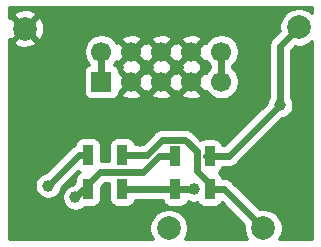
<source format=gbr>
G04 #@! TF.GenerationSoftware,KiCad,Pcbnew,(5.1.5)-3*
G04 #@! TF.CreationDate,2020-11-28T16:28:13+00:00*
G04 #@! TF.ProjectId,Retrospector_Power_Test_TPS561201,52657472-6f73-4706-9563-746f725f506f,rev?*
G04 #@! TF.SameCoordinates,Original*
G04 #@! TF.FileFunction,Copper,L2,Bot*
G04 #@! TF.FilePolarity,Positive*
%FSLAX46Y46*%
G04 Gerber Fmt 4.6, Leading zero omitted, Abs format (unit mm)*
G04 Created by KiCad (PCBNEW (5.1.5)-3) date 2020-11-28 16:28:13*
%MOMM*%
%LPD*%
G04 APERTURE LIST*
%ADD10C,1.700000*%
%ADD11R,1.700000X1.700000*%
%ADD12R,0.900000X1.700000*%
%ADD13C,2.000000*%
%ADD14C,1.000000*%
%ADD15C,0.600000*%
%ADD16C,0.254000*%
G04 APERTURE END LIST*
D10*
X103660000Y-53460000D03*
X103660000Y-56000000D03*
X101120000Y-53460000D03*
X101120000Y-56000000D03*
X98580000Y-53460000D03*
X98580000Y-56000000D03*
X96040000Y-53460000D03*
X96040000Y-56000000D03*
X93500000Y-53460000D03*
D11*
X93500000Y-56000000D03*
D12*
X95250000Y-62200000D03*
X92350000Y-62200000D03*
X102650000Y-65100000D03*
X99750000Y-65100000D03*
X92350000Y-65100000D03*
X95250000Y-65100000D03*
X102650000Y-62300000D03*
X99750000Y-62300000D03*
D13*
X110200000Y-51400000D03*
X99200000Y-68400000D03*
X107200000Y-68400000D03*
X87000000Y-51500000D03*
D14*
X108600000Y-58000000D03*
X110100000Y-61100000D03*
X109600000Y-68700000D03*
X103300000Y-67900000D03*
X86700000Y-65400000D03*
X86700000Y-69000000D03*
X96800000Y-61000000D03*
X93900000Y-61000000D03*
X95300000Y-59100000D03*
X89000000Y-64800000D03*
X101350000Y-65100000D03*
X91300000Y-65800000D03*
D15*
X102350000Y-62300000D02*
X104300000Y-62300000D01*
X104300000Y-62300000D02*
X108600000Y-58000000D01*
X108600000Y-53000000D02*
X110200000Y-51400000D01*
X108600000Y-58000000D02*
X108600000Y-53000000D01*
X103900000Y-65100000D02*
X107200000Y-68400000D01*
X102650000Y-65100000D02*
X103900000Y-65100000D01*
X102650000Y-64700000D02*
X102650000Y-65100000D01*
X101549990Y-63599990D02*
X102650000Y-64700000D01*
X101549990Y-61899988D02*
X101549990Y-63599990D01*
X100600001Y-60949999D02*
X101549990Y-61899988D01*
X98618617Y-60949999D02*
X100600001Y-60949999D01*
X97368616Y-62200000D02*
X98618617Y-60949999D01*
X95250000Y-62200000D02*
X97368616Y-62200000D01*
X103660000Y-53460000D02*
X103660000Y-56000000D01*
X93500000Y-53460000D02*
X93500000Y-56000000D01*
X92350000Y-62200000D02*
X91600000Y-62200000D01*
X91600000Y-62200000D02*
X89000000Y-64800000D01*
X95250000Y-65100000D02*
X99450000Y-65100000D01*
X99750000Y-65100000D02*
X101350000Y-65100000D01*
X92350000Y-64700000D02*
X92350000Y-65100000D01*
X93400000Y-63650000D02*
X92350000Y-64700000D01*
X97050000Y-63650000D02*
X93400000Y-63650000D01*
X98400000Y-62300000D02*
X97050000Y-63650000D01*
X99450000Y-62300000D02*
X98400000Y-62300000D01*
X92350000Y-65100000D02*
X92000000Y-65100000D01*
X92000000Y-65100000D02*
X91300000Y-65800000D01*
D16*
G36*
X111315000Y-69315000D02*
G01*
X108555014Y-69315000D01*
X108648918Y-69174463D01*
X108772168Y-68876912D01*
X108835000Y-68561033D01*
X108835000Y-68238967D01*
X108772168Y-67923088D01*
X108648918Y-67625537D01*
X108469987Y-67357748D01*
X108242252Y-67130013D01*
X107974463Y-66951082D01*
X107676912Y-66827832D01*
X107361033Y-66765000D01*
X107038967Y-66765000D01*
X106912454Y-66790165D01*
X104593630Y-64471341D01*
X104564344Y-64435656D01*
X104421972Y-64318814D01*
X104259540Y-64231993D01*
X104083292Y-64178529D01*
X103945932Y-64165000D01*
X103900000Y-64160476D01*
X103854068Y-64165000D01*
X103729701Y-64165000D01*
X103725812Y-64125518D01*
X103689502Y-64005820D01*
X103630537Y-63895506D01*
X103551185Y-63798815D01*
X103454494Y-63719463D01*
X103418082Y-63700000D01*
X103454494Y-63680537D01*
X103551185Y-63601185D01*
X103630537Y-63504494D01*
X103689502Y-63394180D01*
X103725812Y-63274482D01*
X103729701Y-63235000D01*
X104254068Y-63235000D01*
X104300000Y-63239524D01*
X104345932Y-63235000D01*
X104483292Y-63221471D01*
X104659540Y-63168007D01*
X104821972Y-63081186D01*
X104964344Y-62964344D01*
X104993630Y-62928659D01*
X108806037Y-59116253D01*
X108931067Y-59091383D01*
X109137624Y-59005824D01*
X109323520Y-58881612D01*
X109481612Y-58723520D01*
X109605824Y-58537624D01*
X109691383Y-58331067D01*
X109735000Y-58111788D01*
X109735000Y-57888212D01*
X109691383Y-57668933D01*
X109605824Y-57462376D01*
X109535000Y-57356381D01*
X109535000Y-53387289D01*
X109912454Y-53009835D01*
X110038967Y-53035000D01*
X110361033Y-53035000D01*
X110676912Y-52972168D01*
X110974463Y-52848918D01*
X111242252Y-52669987D01*
X111315001Y-52597238D01*
X111315000Y-69315000D01*
G37*
X111315000Y-69315000D02*
X108555014Y-69315000D01*
X108648918Y-69174463D01*
X108772168Y-68876912D01*
X108835000Y-68561033D01*
X108835000Y-68238967D01*
X108772168Y-67923088D01*
X108648918Y-67625537D01*
X108469987Y-67357748D01*
X108242252Y-67130013D01*
X107974463Y-66951082D01*
X107676912Y-66827832D01*
X107361033Y-66765000D01*
X107038967Y-66765000D01*
X106912454Y-66790165D01*
X104593630Y-64471341D01*
X104564344Y-64435656D01*
X104421972Y-64318814D01*
X104259540Y-64231993D01*
X104083292Y-64178529D01*
X103945932Y-64165000D01*
X103900000Y-64160476D01*
X103854068Y-64165000D01*
X103729701Y-64165000D01*
X103725812Y-64125518D01*
X103689502Y-64005820D01*
X103630537Y-63895506D01*
X103551185Y-63798815D01*
X103454494Y-63719463D01*
X103418082Y-63700000D01*
X103454494Y-63680537D01*
X103551185Y-63601185D01*
X103630537Y-63504494D01*
X103689502Y-63394180D01*
X103725812Y-63274482D01*
X103729701Y-63235000D01*
X104254068Y-63235000D01*
X104300000Y-63239524D01*
X104345932Y-63235000D01*
X104483292Y-63221471D01*
X104659540Y-63168007D01*
X104821972Y-63081186D01*
X104964344Y-62964344D01*
X104993630Y-62928659D01*
X108806037Y-59116253D01*
X108931067Y-59091383D01*
X109137624Y-59005824D01*
X109323520Y-58881612D01*
X109481612Y-58723520D01*
X109605824Y-58537624D01*
X109691383Y-58331067D01*
X109735000Y-58111788D01*
X109735000Y-57888212D01*
X109691383Y-57668933D01*
X109605824Y-57462376D01*
X109535000Y-57356381D01*
X109535000Y-53387289D01*
X109912454Y-53009835D01*
X110038967Y-53035000D01*
X110361033Y-53035000D01*
X110676912Y-52972168D01*
X110974463Y-52848918D01*
X111242252Y-52669987D01*
X111315001Y-52597238D01*
X111315000Y-69315000D01*
G36*
X111315001Y-50202762D02*
G01*
X111242252Y-50130013D01*
X110974463Y-49951082D01*
X110676912Y-49827832D01*
X110361033Y-49765000D01*
X110038967Y-49765000D01*
X109723088Y-49827832D01*
X109425537Y-49951082D01*
X109157748Y-50130013D01*
X108930013Y-50357748D01*
X108751082Y-50625537D01*
X108627832Y-50923088D01*
X108565000Y-51238967D01*
X108565000Y-51561033D01*
X108590165Y-51687546D01*
X107971336Y-52306375D01*
X107935657Y-52335656D01*
X107818815Y-52478028D01*
X107786477Y-52538529D01*
X107731994Y-52640460D01*
X107678529Y-52816709D01*
X107660476Y-53000000D01*
X107665001Y-53045942D01*
X107665000Y-57356380D01*
X107594176Y-57462376D01*
X107508617Y-57668933D01*
X107483747Y-57793963D01*
X103912711Y-61365000D01*
X103729701Y-61365000D01*
X103725812Y-61325518D01*
X103689502Y-61205820D01*
X103630537Y-61095506D01*
X103551185Y-60998815D01*
X103454494Y-60919463D01*
X103344180Y-60860498D01*
X103224482Y-60824188D01*
X103100000Y-60811928D01*
X102200000Y-60811928D01*
X102075518Y-60824188D01*
X101955820Y-60860498D01*
X101875645Y-60903353D01*
X101293631Y-60321340D01*
X101264345Y-60285655D01*
X101121973Y-60168813D01*
X100959541Y-60081992D01*
X100783293Y-60028528D01*
X100645933Y-60014999D01*
X100600001Y-60010475D01*
X100554069Y-60014999D01*
X98664548Y-60014999D01*
X98618616Y-60010475D01*
X98435324Y-60028528D01*
X98381860Y-60044746D01*
X98259077Y-60081992D01*
X98096645Y-60168813D01*
X97954273Y-60285655D01*
X97924991Y-60321335D01*
X96981327Y-61265000D01*
X96329701Y-61265000D01*
X96325812Y-61225518D01*
X96289502Y-61105820D01*
X96230537Y-60995506D01*
X96151185Y-60898815D01*
X96054494Y-60819463D01*
X95944180Y-60760498D01*
X95824482Y-60724188D01*
X95700000Y-60711928D01*
X94800000Y-60711928D01*
X94675518Y-60724188D01*
X94555820Y-60760498D01*
X94445506Y-60819463D01*
X94348815Y-60898815D01*
X94269463Y-60995506D01*
X94210498Y-61105820D01*
X94174188Y-61225518D01*
X94161928Y-61350000D01*
X94161928Y-62715000D01*
X93445931Y-62715000D01*
X93438072Y-62714226D01*
X93438072Y-61350000D01*
X93425812Y-61225518D01*
X93389502Y-61105820D01*
X93330537Y-60995506D01*
X93251185Y-60898815D01*
X93154494Y-60819463D01*
X93044180Y-60760498D01*
X92924482Y-60724188D01*
X92800000Y-60711928D01*
X91900000Y-60711928D01*
X91775518Y-60724188D01*
X91655820Y-60760498D01*
X91545506Y-60819463D01*
X91448815Y-60898815D01*
X91369463Y-60995506D01*
X91310498Y-61105820D01*
X91274188Y-61225518D01*
X91264417Y-61324726D01*
X91240460Y-61331993D01*
X91078028Y-61418814D01*
X90935656Y-61535656D01*
X90906376Y-61571334D01*
X88793964Y-63683747D01*
X88668933Y-63708617D01*
X88462376Y-63794176D01*
X88276480Y-63918388D01*
X88118388Y-64076480D01*
X87994176Y-64262376D01*
X87908617Y-64468933D01*
X87865000Y-64688212D01*
X87865000Y-64911788D01*
X87908617Y-65131067D01*
X87994176Y-65337624D01*
X88118388Y-65523520D01*
X88276480Y-65681612D01*
X88462376Y-65805824D01*
X88668933Y-65891383D01*
X88888212Y-65935000D01*
X89111788Y-65935000D01*
X89331067Y-65891383D01*
X89537624Y-65805824D01*
X89723520Y-65681612D01*
X89881612Y-65523520D01*
X90005824Y-65337624D01*
X90091383Y-65131067D01*
X90116253Y-65006036D01*
X91543445Y-63578845D01*
X91545506Y-63580537D01*
X91655820Y-63639502D01*
X91690427Y-63650000D01*
X91655820Y-63660498D01*
X91545506Y-63719463D01*
X91448815Y-63798815D01*
X91369463Y-63895506D01*
X91310498Y-64005820D01*
X91274188Y-64125518D01*
X91261928Y-64250000D01*
X91261928Y-64515782D01*
X91093963Y-64683747D01*
X90968933Y-64708617D01*
X90762376Y-64794176D01*
X90576480Y-64918388D01*
X90418388Y-65076480D01*
X90294176Y-65262376D01*
X90208617Y-65468933D01*
X90165000Y-65688212D01*
X90165000Y-65911788D01*
X90208617Y-66131067D01*
X90294176Y-66337624D01*
X90418388Y-66523520D01*
X90576480Y-66681612D01*
X90762376Y-66805824D01*
X90968933Y-66891383D01*
X91188212Y-66935000D01*
X91411788Y-66935000D01*
X91631067Y-66891383D01*
X91837624Y-66805824D01*
X92023520Y-66681612D01*
X92117060Y-66588072D01*
X92800000Y-66588072D01*
X92924482Y-66575812D01*
X93044180Y-66539502D01*
X93154494Y-66480537D01*
X93251185Y-66401185D01*
X93330537Y-66304494D01*
X93389502Y-66194180D01*
X93425812Y-66074482D01*
X93438072Y-65950000D01*
X93438072Y-64934217D01*
X93787290Y-64585000D01*
X94161928Y-64585000D01*
X94161928Y-65950000D01*
X94174188Y-66074482D01*
X94210498Y-66194180D01*
X94269463Y-66304494D01*
X94348815Y-66401185D01*
X94445506Y-66480537D01*
X94555820Y-66539502D01*
X94675518Y-66575812D01*
X94800000Y-66588072D01*
X95700000Y-66588072D01*
X95824482Y-66575812D01*
X95944180Y-66539502D01*
X96054494Y-66480537D01*
X96151185Y-66401185D01*
X96230537Y-66304494D01*
X96289502Y-66194180D01*
X96325812Y-66074482D01*
X96329701Y-66035000D01*
X98670299Y-66035000D01*
X98674188Y-66074482D01*
X98710498Y-66194180D01*
X98769463Y-66304494D01*
X98848815Y-66401185D01*
X98945506Y-66480537D01*
X99055820Y-66539502D01*
X99175518Y-66575812D01*
X99300000Y-66588072D01*
X100200000Y-66588072D01*
X100324482Y-66575812D01*
X100444180Y-66539502D01*
X100554494Y-66480537D01*
X100651185Y-66401185D01*
X100730537Y-66304494D01*
X100789502Y-66194180D01*
X100815866Y-66107270D01*
X101018933Y-66191383D01*
X101238212Y-66235000D01*
X101461788Y-66235000D01*
X101615929Y-66204340D01*
X101669463Y-66304494D01*
X101748815Y-66401185D01*
X101845506Y-66480537D01*
X101955820Y-66539502D01*
X102075518Y-66575812D01*
X102200000Y-66588072D01*
X103100000Y-66588072D01*
X103224482Y-66575812D01*
X103344180Y-66539502D01*
X103454494Y-66480537D01*
X103551185Y-66401185D01*
X103630537Y-66304494D01*
X103683368Y-66205657D01*
X105590165Y-68112454D01*
X105565000Y-68238967D01*
X105565000Y-68561033D01*
X105627832Y-68876912D01*
X105751082Y-69174463D01*
X105844986Y-69315000D01*
X100555014Y-69315000D01*
X100648918Y-69174463D01*
X100772168Y-68876912D01*
X100835000Y-68561033D01*
X100835000Y-68238967D01*
X100772168Y-67923088D01*
X100648918Y-67625537D01*
X100469987Y-67357748D01*
X100242252Y-67130013D01*
X99974463Y-66951082D01*
X99676912Y-66827832D01*
X99361033Y-66765000D01*
X99038967Y-66765000D01*
X98723088Y-66827832D01*
X98425537Y-66951082D01*
X98157748Y-67130013D01*
X97930013Y-67357748D01*
X97751082Y-67625537D01*
X97627832Y-67923088D01*
X97565000Y-68238967D01*
X97565000Y-68561033D01*
X97627832Y-68876912D01*
X97751082Y-69174463D01*
X97844986Y-69315000D01*
X85685000Y-69315000D01*
X85685000Y-55150000D01*
X92011928Y-55150000D01*
X92011928Y-56850000D01*
X92024188Y-56974482D01*
X92060498Y-57094180D01*
X92119463Y-57204494D01*
X92198815Y-57301185D01*
X92295506Y-57380537D01*
X92405820Y-57439502D01*
X92525518Y-57475812D01*
X92650000Y-57488072D01*
X94350000Y-57488072D01*
X94474482Y-57475812D01*
X94594180Y-57439502D01*
X94704494Y-57380537D01*
X94801185Y-57301185D01*
X94880537Y-57204494D01*
X94939502Y-57094180D01*
X94959457Y-57028397D01*
X95191208Y-57028397D01*
X95268843Y-57277472D01*
X95532883Y-57403371D01*
X95816411Y-57475339D01*
X96108531Y-57490611D01*
X96398019Y-57448599D01*
X96673747Y-57350919D01*
X96811157Y-57277472D01*
X96888792Y-57028397D01*
X97731208Y-57028397D01*
X97808843Y-57277472D01*
X98072883Y-57403371D01*
X98356411Y-57475339D01*
X98648531Y-57490611D01*
X98938019Y-57448599D01*
X99213747Y-57350919D01*
X99351157Y-57277472D01*
X99428792Y-57028397D01*
X100271208Y-57028397D01*
X100348843Y-57277472D01*
X100612883Y-57403371D01*
X100896411Y-57475339D01*
X101188531Y-57490611D01*
X101478019Y-57448599D01*
X101753747Y-57350919D01*
X101891157Y-57277472D01*
X101968792Y-57028397D01*
X101120000Y-56179605D01*
X100271208Y-57028397D01*
X99428792Y-57028397D01*
X98580000Y-56179605D01*
X97731208Y-57028397D01*
X96888792Y-57028397D01*
X96040000Y-56179605D01*
X95191208Y-57028397D01*
X94959457Y-57028397D01*
X94975812Y-56974482D01*
X94988072Y-56850000D01*
X94988072Y-56841458D01*
X95011603Y-56848792D01*
X95860395Y-56000000D01*
X96219605Y-56000000D01*
X97068397Y-56848792D01*
X97310000Y-56773486D01*
X97551603Y-56848792D01*
X98400395Y-56000000D01*
X98759605Y-56000000D01*
X99608397Y-56848792D01*
X99850000Y-56773486D01*
X100091603Y-56848792D01*
X100940395Y-56000000D01*
X100091603Y-55151208D01*
X99850000Y-55226514D01*
X99608397Y-55151208D01*
X98759605Y-56000000D01*
X98400395Y-56000000D01*
X97551603Y-55151208D01*
X97310000Y-55226514D01*
X97068397Y-55151208D01*
X96219605Y-56000000D01*
X95860395Y-56000000D01*
X95011603Y-55151208D01*
X94988072Y-55158542D01*
X94988072Y-55150000D01*
X94975812Y-55025518D01*
X94939502Y-54905820D01*
X94880537Y-54795506D01*
X94801185Y-54698815D01*
X94704494Y-54619463D01*
X94594180Y-54560498D01*
X94521620Y-54538487D01*
X94571710Y-54488397D01*
X95191208Y-54488397D01*
X95266514Y-54730000D01*
X95191208Y-54971603D01*
X96040000Y-55820395D01*
X96888792Y-54971603D01*
X96813486Y-54730000D01*
X96888792Y-54488397D01*
X97731208Y-54488397D01*
X97806514Y-54730000D01*
X97731208Y-54971603D01*
X98580000Y-55820395D01*
X99428792Y-54971603D01*
X99353486Y-54730000D01*
X99428792Y-54488397D01*
X100271208Y-54488397D01*
X100346514Y-54730000D01*
X100271208Y-54971603D01*
X101120000Y-55820395D01*
X101968792Y-54971603D01*
X101893486Y-54730000D01*
X101968792Y-54488397D01*
X101120000Y-53639605D01*
X100271208Y-54488397D01*
X99428792Y-54488397D01*
X98580000Y-53639605D01*
X97731208Y-54488397D01*
X96888792Y-54488397D01*
X96040000Y-53639605D01*
X95191208Y-54488397D01*
X94571710Y-54488397D01*
X94653475Y-54406632D01*
X94769311Y-54233271D01*
X95011603Y-54308792D01*
X95860395Y-53460000D01*
X96219605Y-53460000D01*
X97068397Y-54308792D01*
X97310000Y-54233486D01*
X97551603Y-54308792D01*
X98400395Y-53460000D01*
X98759605Y-53460000D01*
X99608397Y-54308792D01*
X99850000Y-54233486D01*
X100091603Y-54308792D01*
X100940395Y-53460000D01*
X101299605Y-53460000D01*
X102148397Y-54308792D01*
X102390689Y-54233271D01*
X102506525Y-54406632D01*
X102713368Y-54613475D01*
X102725000Y-54621248D01*
X102725001Y-54838752D01*
X102713368Y-54846525D01*
X102506525Y-55053368D01*
X102390689Y-55226729D01*
X102148397Y-55151208D01*
X101299605Y-56000000D01*
X102148397Y-56848792D01*
X102390689Y-56773271D01*
X102506525Y-56946632D01*
X102713368Y-57153475D01*
X102956589Y-57315990D01*
X103226842Y-57427932D01*
X103513740Y-57485000D01*
X103806260Y-57485000D01*
X104093158Y-57427932D01*
X104363411Y-57315990D01*
X104606632Y-57153475D01*
X104813475Y-56946632D01*
X104975990Y-56703411D01*
X105087932Y-56433158D01*
X105145000Y-56146260D01*
X105145000Y-55853740D01*
X105087932Y-55566842D01*
X104975990Y-55296589D01*
X104813475Y-55053368D01*
X104606632Y-54846525D01*
X104595000Y-54838753D01*
X104595000Y-54621247D01*
X104606632Y-54613475D01*
X104813475Y-54406632D01*
X104975990Y-54163411D01*
X105087932Y-53893158D01*
X105145000Y-53606260D01*
X105145000Y-53313740D01*
X105087932Y-53026842D01*
X104975990Y-52756589D01*
X104813475Y-52513368D01*
X104606632Y-52306525D01*
X104363411Y-52144010D01*
X104093158Y-52032068D01*
X103806260Y-51975000D01*
X103513740Y-51975000D01*
X103226842Y-52032068D01*
X102956589Y-52144010D01*
X102713368Y-52306525D01*
X102506525Y-52513368D01*
X102390689Y-52686729D01*
X102148397Y-52611208D01*
X101299605Y-53460000D01*
X100940395Y-53460000D01*
X100091603Y-52611208D01*
X99850000Y-52686514D01*
X99608397Y-52611208D01*
X98759605Y-53460000D01*
X98400395Y-53460000D01*
X97551603Y-52611208D01*
X97310000Y-52686514D01*
X97068397Y-52611208D01*
X96219605Y-53460000D01*
X95860395Y-53460000D01*
X95011603Y-52611208D01*
X94769311Y-52686729D01*
X94653475Y-52513368D01*
X94571710Y-52431603D01*
X95191208Y-52431603D01*
X96040000Y-53280395D01*
X96888792Y-52431603D01*
X97731208Y-52431603D01*
X98580000Y-53280395D01*
X99428792Y-52431603D01*
X100271208Y-52431603D01*
X101120000Y-53280395D01*
X101968792Y-52431603D01*
X101891157Y-52182528D01*
X101627117Y-52056629D01*
X101343589Y-51984661D01*
X101051469Y-51969389D01*
X100761981Y-52011401D01*
X100486253Y-52109081D01*
X100348843Y-52182528D01*
X100271208Y-52431603D01*
X99428792Y-52431603D01*
X99351157Y-52182528D01*
X99087117Y-52056629D01*
X98803589Y-51984661D01*
X98511469Y-51969389D01*
X98221981Y-52011401D01*
X97946253Y-52109081D01*
X97808843Y-52182528D01*
X97731208Y-52431603D01*
X96888792Y-52431603D01*
X96811157Y-52182528D01*
X96547117Y-52056629D01*
X96263589Y-51984661D01*
X95971469Y-51969389D01*
X95681981Y-52011401D01*
X95406253Y-52109081D01*
X95268843Y-52182528D01*
X95191208Y-52431603D01*
X94571710Y-52431603D01*
X94446632Y-52306525D01*
X94203411Y-52144010D01*
X93933158Y-52032068D01*
X93646260Y-51975000D01*
X93353740Y-51975000D01*
X93066842Y-52032068D01*
X92796589Y-52144010D01*
X92553368Y-52306525D01*
X92346525Y-52513368D01*
X92184010Y-52756589D01*
X92072068Y-53026842D01*
X92015000Y-53313740D01*
X92015000Y-53606260D01*
X92072068Y-53893158D01*
X92184010Y-54163411D01*
X92346525Y-54406632D01*
X92478380Y-54538487D01*
X92405820Y-54560498D01*
X92295506Y-54619463D01*
X92198815Y-54698815D01*
X92119463Y-54795506D01*
X92060498Y-54905820D01*
X92024188Y-55025518D01*
X92011928Y-55150000D01*
X85685000Y-55150000D01*
X85685000Y-52635413D01*
X86044192Y-52635413D01*
X86139956Y-52899814D01*
X86429571Y-53040704D01*
X86741108Y-53122384D01*
X87062595Y-53141718D01*
X87381675Y-53097961D01*
X87686088Y-52992795D01*
X87860044Y-52899814D01*
X87955808Y-52635413D01*
X87000000Y-51679605D01*
X86044192Y-52635413D01*
X85685000Y-52635413D01*
X85685000Y-52390763D01*
X85864587Y-52455808D01*
X86820395Y-51500000D01*
X87179605Y-51500000D01*
X88135413Y-52455808D01*
X88399814Y-52360044D01*
X88540704Y-52070429D01*
X88622384Y-51758892D01*
X88641718Y-51437405D01*
X88597961Y-51118325D01*
X88492795Y-50813912D01*
X88399814Y-50639956D01*
X88135413Y-50544192D01*
X87179605Y-51500000D01*
X86820395Y-51500000D01*
X85864587Y-50544192D01*
X85685000Y-50609237D01*
X85685000Y-50364587D01*
X86044192Y-50364587D01*
X87000000Y-51320395D01*
X87955808Y-50364587D01*
X87860044Y-50100186D01*
X87570429Y-49959296D01*
X87258892Y-49877616D01*
X86937405Y-49858282D01*
X86618325Y-49902039D01*
X86313912Y-50007205D01*
X86139956Y-50100186D01*
X86044192Y-50364587D01*
X85685000Y-50364587D01*
X85685000Y-49685000D01*
X111315001Y-49685000D01*
X111315001Y-50202762D01*
G37*
X111315001Y-50202762D02*
X111242252Y-50130013D01*
X110974463Y-49951082D01*
X110676912Y-49827832D01*
X110361033Y-49765000D01*
X110038967Y-49765000D01*
X109723088Y-49827832D01*
X109425537Y-49951082D01*
X109157748Y-50130013D01*
X108930013Y-50357748D01*
X108751082Y-50625537D01*
X108627832Y-50923088D01*
X108565000Y-51238967D01*
X108565000Y-51561033D01*
X108590165Y-51687546D01*
X107971336Y-52306375D01*
X107935657Y-52335656D01*
X107818815Y-52478028D01*
X107786477Y-52538529D01*
X107731994Y-52640460D01*
X107678529Y-52816709D01*
X107660476Y-53000000D01*
X107665001Y-53045942D01*
X107665000Y-57356380D01*
X107594176Y-57462376D01*
X107508617Y-57668933D01*
X107483747Y-57793963D01*
X103912711Y-61365000D01*
X103729701Y-61365000D01*
X103725812Y-61325518D01*
X103689502Y-61205820D01*
X103630537Y-61095506D01*
X103551185Y-60998815D01*
X103454494Y-60919463D01*
X103344180Y-60860498D01*
X103224482Y-60824188D01*
X103100000Y-60811928D01*
X102200000Y-60811928D01*
X102075518Y-60824188D01*
X101955820Y-60860498D01*
X101875645Y-60903353D01*
X101293631Y-60321340D01*
X101264345Y-60285655D01*
X101121973Y-60168813D01*
X100959541Y-60081992D01*
X100783293Y-60028528D01*
X100645933Y-60014999D01*
X100600001Y-60010475D01*
X100554069Y-60014999D01*
X98664548Y-60014999D01*
X98618616Y-60010475D01*
X98435324Y-60028528D01*
X98381860Y-60044746D01*
X98259077Y-60081992D01*
X98096645Y-60168813D01*
X97954273Y-60285655D01*
X97924991Y-60321335D01*
X96981327Y-61265000D01*
X96329701Y-61265000D01*
X96325812Y-61225518D01*
X96289502Y-61105820D01*
X96230537Y-60995506D01*
X96151185Y-60898815D01*
X96054494Y-60819463D01*
X95944180Y-60760498D01*
X95824482Y-60724188D01*
X95700000Y-60711928D01*
X94800000Y-60711928D01*
X94675518Y-60724188D01*
X94555820Y-60760498D01*
X94445506Y-60819463D01*
X94348815Y-60898815D01*
X94269463Y-60995506D01*
X94210498Y-61105820D01*
X94174188Y-61225518D01*
X94161928Y-61350000D01*
X94161928Y-62715000D01*
X93445931Y-62715000D01*
X93438072Y-62714226D01*
X93438072Y-61350000D01*
X93425812Y-61225518D01*
X93389502Y-61105820D01*
X93330537Y-60995506D01*
X93251185Y-60898815D01*
X93154494Y-60819463D01*
X93044180Y-60760498D01*
X92924482Y-60724188D01*
X92800000Y-60711928D01*
X91900000Y-60711928D01*
X91775518Y-60724188D01*
X91655820Y-60760498D01*
X91545506Y-60819463D01*
X91448815Y-60898815D01*
X91369463Y-60995506D01*
X91310498Y-61105820D01*
X91274188Y-61225518D01*
X91264417Y-61324726D01*
X91240460Y-61331993D01*
X91078028Y-61418814D01*
X90935656Y-61535656D01*
X90906376Y-61571334D01*
X88793964Y-63683747D01*
X88668933Y-63708617D01*
X88462376Y-63794176D01*
X88276480Y-63918388D01*
X88118388Y-64076480D01*
X87994176Y-64262376D01*
X87908617Y-64468933D01*
X87865000Y-64688212D01*
X87865000Y-64911788D01*
X87908617Y-65131067D01*
X87994176Y-65337624D01*
X88118388Y-65523520D01*
X88276480Y-65681612D01*
X88462376Y-65805824D01*
X88668933Y-65891383D01*
X88888212Y-65935000D01*
X89111788Y-65935000D01*
X89331067Y-65891383D01*
X89537624Y-65805824D01*
X89723520Y-65681612D01*
X89881612Y-65523520D01*
X90005824Y-65337624D01*
X90091383Y-65131067D01*
X90116253Y-65006036D01*
X91543445Y-63578845D01*
X91545506Y-63580537D01*
X91655820Y-63639502D01*
X91690427Y-63650000D01*
X91655820Y-63660498D01*
X91545506Y-63719463D01*
X91448815Y-63798815D01*
X91369463Y-63895506D01*
X91310498Y-64005820D01*
X91274188Y-64125518D01*
X91261928Y-64250000D01*
X91261928Y-64515782D01*
X91093963Y-64683747D01*
X90968933Y-64708617D01*
X90762376Y-64794176D01*
X90576480Y-64918388D01*
X90418388Y-65076480D01*
X90294176Y-65262376D01*
X90208617Y-65468933D01*
X90165000Y-65688212D01*
X90165000Y-65911788D01*
X90208617Y-66131067D01*
X90294176Y-66337624D01*
X90418388Y-66523520D01*
X90576480Y-66681612D01*
X90762376Y-66805824D01*
X90968933Y-66891383D01*
X91188212Y-66935000D01*
X91411788Y-66935000D01*
X91631067Y-66891383D01*
X91837624Y-66805824D01*
X92023520Y-66681612D01*
X92117060Y-66588072D01*
X92800000Y-66588072D01*
X92924482Y-66575812D01*
X93044180Y-66539502D01*
X93154494Y-66480537D01*
X93251185Y-66401185D01*
X93330537Y-66304494D01*
X93389502Y-66194180D01*
X93425812Y-66074482D01*
X93438072Y-65950000D01*
X93438072Y-64934217D01*
X93787290Y-64585000D01*
X94161928Y-64585000D01*
X94161928Y-65950000D01*
X94174188Y-66074482D01*
X94210498Y-66194180D01*
X94269463Y-66304494D01*
X94348815Y-66401185D01*
X94445506Y-66480537D01*
X94555820Y-66539502D01*
X94675518Y-66575812D01*
X94800000Y-66588072D01*
X95700000Y-66588072D01*
X95824482Y-66575812D01*
X95944180Y-66539502D01*
X96054494Y-66480537D01*
X96151185Y-66401185D01*
X96230537Y-66304494D01*
X96289502Y-66194180D01*
X96325812Y-66074482D01*
X96329701Y-66035000D01*
X98670299Y-66035000D01*
X98674188Y-66074482D01*
X98710498Y-66194180D01*
X98769463Y-66304494D01*
X98848815Y-66401185D01*
X98945506Y-66480537D01*
X99055820Y-66539502D01*
X99175518Y-66575812D01*
X99300000Y-66588072D01*
X100200000Y-66588072D01*
X100324482Y-66575812D01*
X100444180Y-66539502D01*
X100554494Y-66480537D01*
X100651185Y-66401185D01*
X100730537Y-66304494D01*
X100789502Y-66194180D01*
X100815866Y-66107270D01*
X101018933Y-66191383D01*
X101238212Y-66235000D01*
X101461788Y-66235000D01*
X101615929Y-66204340D01*
X101669463Y-66304494D01*
X101748815Y-66401185D01*
X101845506Y-66480537D01*
X101955820Y-66539502D01*
X102075518Y-66575812D01*
X102200000Y-66588072D01*
X103100000Y-66588072D01*
X103224482Y-66575812D01*
X103344180Y-66539502D01*
X103454494Y-66480537D01*
X103551185Y-66401185D01*
X103630537Y-66304494D01*
X103683368Y-66205657D01*
X105590165Y-68112454D01*
X105565000Y-68238967D01*
X105565000Y-68561033D01*
X105627832Y-68876912D01*
X105751082Y-69174463D01*
X105844986Y-69315000D01*
X100555014Y-69315000D01*
X100648918Y-69174463D01*
X100772168Y-68876912D01*
X100835000Y-68561033D01*
X100835000Y-68238967D01*
X100772168Y-67923088D01*
X100648918Y-67625537D01*
X100469987Y-67357748D01*
X100242252Y-67130013D01*
X99974463Y-66951082D01*
X99676912Y-66827832D01*
X99361033Y-66765000D01*
X99038967Y-66765000D01*
X98723088Y-66827832D01*
X98425537Y-66951082D01*
X98157748Y-67130013D01*
X97930013Y-67357748D01*
X97751082Y-67625537D01*
X97627832Y-67923088D01*
X97565000Y-68238967D01*
X97565000Y-68561033D01*
X97627832Y-68876912D01*
X97751082Y-69174463D01*
X97844986Y-69315000D01*
X85685000Y-69315000D01*
X85685000Y-55150000D01*
X92011928Y-55150000D01*
X92011928Y-56850000D01*
X92024188Y-56974482D01*
X92060498Y-57094180D01*
X92119463Y-57204494D01*
X92198815Y-57301185D01*
X92295506Y-57380537D01*
X92405820Y-57439502D01*
X92525518Y-57475812D01*
X92650000Y-57488072D01*
X94350000Y-57488072D01*
X94474482Y-57475812D01*
X94594180Y-57439502D01*
X94704494Y-57380537D01*
X94801185Y-57301185D01*
X94880537Y-57204494D01*
X94939502Y-57094180D01*
X94959457Y-57028397D01*
X95191208Y-57028397D01*
X95268843Y-57277472D01*
X95532883Y-57403371D01*
X95816411Y-57475339D01*
X96108531Y-57490611D01*
X96398019Y-57448599D01*
X96673747Y-57350919D01*
X96811157Y-57277472D01*
X96888792Y-57028397D01*
X97731208Y-57028397D01*
X97808843Y-57277472D01*
X98072883Y-57403371D01*
X98356411Y-57475339D01*
X98648531Y-57490611D01*
X98938019Y-57448599D01*
X99213747Y-57350919D01*
X99351157Y-57277472D01*
X99428792Y-57028397D01*
X100271208Y-57028397D01*
X100348843Y-57277472D01*
X100612883Y-57403371D01*
X100896411Y-57475339D01*
X101188531Y-57490611D01*
X101478019Y-57448599D01*
X101753747Y-57350919D01*
X101891157Y-57277472D01*
X101968792Y-57028397D01*
X101120000Y-56179605D01*
X100271208Y-57028397D01*
X99428792Y-57028397D01*
X98580000Y-56179605D01*
X97731208Y-57028397D01*
X96888792Y-57028397D01*
X96040000Y-56179605D01*
X95191208Y-57028397D01*
X94959457Y-57028397D01*
X94975812Y-56974482D01*
X94988072Y-56850000D01*
X94988072Y-56841458D01*
X95011603Y-56848792D01*
X95860395Y-56000000D01*
X96219605Y-56000000D01*
X97068397Y-56848792D01*
X97310000Y-56773486D01*
X97551603Y-56848792D01*
X98400395Y-56000000D01*
X98759605Y-56000000D01*
X99608397Y-56848792D01*
X99850000Y-56773486D01*
X100091603Y-56848792D01*
X100940395Y-56000000D01*
X100091603Y-55151208D01*
X99850000Y-55226514D01*
X99608397Y-55151208D01*
X98759605Y-56000000D01*
X98400395Y-56000000D01*
X97551603Y-55151208D01*
X97310000Y-55226514D01*
X97068397Y-55151208D01*
X96219605Y-56000000D01*
X95860395Y-56000000D01*
X95011603Y-55151208D01*
X94988072Y-55158542D01*
X94988072Y-55150000D01*
X94975812Y-55025518D01*
X94939502Y-54905820D01*
X94880537Y-54795506D01*
X94801185Y-54698815D01*
X94704494Y-54619463D01*
X94594180Y-54560498D01*
X94521620Y-54538487D01*
X94571710Y-54488397D01*
X95191208Y-54488397D01*
X95266514Y-54730000D01*
X95191208Y-54971603D01*
X96040000Y-55820395D01*
X96888792Y-54971603D01*
X96813486Y-54730000D01*
X96888792Y-54488397D01*
X97731208Y-54488397D01*
X97806514Y-54730000D01*
X97731208Y-54971603D01*
X98580000Y-55820395D01*
X99428792Y-54971603D01*
X99353486Y-54730000D01*
X99428792Y-54488397D01*
X100271208Y-54488397D01*
X100346514Y-54730000D01*
X100271208Y-54971603D01*
X101120000Y-55820395D01*
X101968792Y-54971603D01*
X101893486Y-54730000D01*
X101968792Y-54488397D01*
X101120000Y-53639605D01*
X100271208Y-54488397D01*
X99428792Y-54488397D01*
X98580000Y-53639605D01*
X97731208Y-54488397D01*
X96888792Y-54488397D01*
X96040000Y-53639605D01*
X95191208Y-54488397D01*
X94571710Y-54488397D01*
X94653475Y-54406632D01*
X94769311Y-54233271D01*
X95011603Y-54308792D01*
X95860395Y-53460000D01*
X96219605Y-53460000D01*
X97068397Y-54308792D01*
X97310000Y-54233486D01*
X97551603Y-54308792D01*
X98400395Y-53460000D01*
X98759605Y-53460000D01*
X99608397Y-54308792D01*
X99850000Y-54233486D01*
X100091603Y-54308792D01*
X100940395Y-53460000D01*
X101299605Y-53460000D01*
X102148397Y-54308792D01*
X102390689Y-54233271D01*
X102506525Y-54406632D01*
X102713368Y-54613475D01*
X102725000Y-54621248D01*
X102725001Y-54838752D01*
X102713368Y-54846525D01*
X102506525Y-55053368D01*
X102390689Y-55226729D01*
X102148397Y-55151208D01*
X101299605Y-56000000D01*
X102148397Y-56848792D01*
X102390689Y-56773271D01*
X102506525Y-56946632D01*
X102713368Y-57153475D01*
X102956589Y-57315990D01*
X103226842Y-57427932D01*
X103513740Y-57485000D01*
X103806260Y-57485000D01*
X104093158Y-57427932D01*
X104363411Y-57315990D01*
X104606632Y-57153475D01*
X104813475Y-56946632D01*
X104975990Y-56703411D01*
X105087932Y-56433158D01*
X105145000Y-56146260D01*
X105145000Y-55853740D01*
X105087932Y-55566842D01*
X104975990Y-55296589D01*
X104813475Y-55053368D01*
X104606632Y-54846525D01*
X104595000Y-54838753D01*
X104595000Y-54621247D01*
X104606632Y-54613475D01*
X104813475Y-54406632D01*
X104975990Y-54163411D01*
X105087932Y-53893158D01*
X105145000Y-53606260D01*
X105145000Y-53313740D01*
X105087932Y-53026842D01*
X104975990Y-52756589D01*
X104813475Y-52513368D01*
X104606632Y-52306525D01*
X104363411Y-52144010D01*
X104093158Y-52032068D01*
X103806260Y-51975000D01*
X103513740Y-51975000D01*
X103226842Y-52032068D01*
X102956589Y-52144010D01*
X102713368Y-52306525D01*
X102506525Y-52513368D01*
X102390689Y-52686729D01*
X102148397Y-52611208D01*
X101299605Y-53460000D01*
X100940395Y-53460000D01*
X100091603Y-52611208D01*
X99850000Y-52686514D01*
X99608397Y-52611208D01*
X98759605Y-53460000D01*
X98400395Y-53460000D01*
X97551603Y-52611208D01*
X97310000Y-52686514D01*
X97068397Y-52611208D01*
X96219605Y-53460000D01*
X95860395Y-53460000D01*
X95011603Y-52611208D01*
X94769311Y-52686729D01*
X94653475Y-52513368D01*
X94571710Y-52431603D01*
X95191208Y-52431603D01*
X96040000Y-53280395D01*
X96888792Y-52431603D01*
X97731208Y-52431603D01*
X98580000Y-53280395D01*
X99428792Y-52431603D01*
X100271208Y-52431603D01*
X101120000Y-53280395D01*
X101968792Y-52431603D01*
X101891157Y-52182528D01*
X101627117Y-52056629D01*
X101343589Y-51984661D01*
X101051469Y-51969389D01*
X100761981Y-52011401D01*
X100486253Y-52109081D01*
X100348843Y-52182528D01*
X100271208Y-52431603D01*
X99428792Y-52431603D01*
X99351157Y-52182528D01*
X99087117Y-52056629D01*
X98803589Y-51984661D01*
X98511469Y-51969389D01*
X98221981Y-52011401D01*
X97946253Y-52109081D01*
X97808843Y-52182528D01*
X97731208Y-52431603D01*
X96888792Y-52431603D01*
X96811157Y-52182528D01*
X96547117Y-52056629D01*
X96263589Y-51984661D01*
X95971469Y-51969389D01*
X95681981Y-52011401D01*
X95406253Y-52109081D01*
X95268843Y-52182528D01*
X95191208Y-52431603D01*
X94571710Y-52431603D01*
X94446632Y-52306525D01*
X94203411Y-52144010D01*
X93933158Y-52032068D01*
X93646260Y-51975000D01*
X93353740Y-51975000D01*
X93066842Y-52032068D01*
X92796589Y-52144010D01*
X92553368Y-52306525D01*
X92346525Y-52513368D01*
X92184010Y-52756589D01*
X92072068Y-53026842D01*
X92015000Y-53313740D01*
X92015000Y-53606260D01*
X92072068Y-53893158D01*
X92184010Y-54163411D01*
X92346525Y-54406632D01*
X92478380Y-54538487D01*
X92405820Y-54560498D01*
X92295506Y-54619463D01*
X92198815Y-54698815D01*
X92119463Y-54795506D01*
X92060498Y-54905820D01*
X92024188Y-55025518D01*
X92011928Y-55150000D01*
X85685000Y-55150000D01*
X85685000Y-52635413D01*
X86044192Y-52635413D01*
X86139956Y-52899814D01*
X86429571Y-53040704D01*
X86741108Y-53122384D01*
X87062595Y-53141718D01*
X87381675Y-53097961D01*
X87686088Y-52992795D01*
X87860044Y-52899814D01*
X87955808Y-52635413D01*
X87000000Y-51679605D01*
X86044192Y-52635413D01*
X85685000Y-52635413D01*
X85685000Y-52390763D01*
X85864587Y-52455808D01*
X86820395Y-51500000D01*
X87179605Y-51500000D01*
X88135413Y-52455808D01*
X88399814Y-52360044D01*
X88540704Y-52070429D01*
X88622384Y-51758892D01*
X88641718Y-51437405D01*
X88597961Y-51118325D01*
X88492795Y-50813912D01*
X88399814Y-50639956D01*
X88135413Y-50544192D01*
X87179605Y-51500000D01*
X86820395Y-51500000D01*
X85864587Y-50544192D01*
X85685000Y-50609237D01*
X85685000Y-50364587D01*
X86044192Y-50364587D01*
X87000000Y-51320395D01*
X87955808Y-50364587D01*
X87860044Y-50100186D01*
X87570429Y-49959296D01*
X87258892Y-49877616D01*
X86937405Y-49858282D01*
X86618325Y-49902039D01*
X86313912Y-50007205D01*
X86139956Y-50100186D01*
X86044192Y-50364587D01*
X85685000Y-50364587D01*
X85685000Y-49685000D01*
X111315001Y-49685000D01*
X111315001Y-50202762D01*
M02*

</source>
